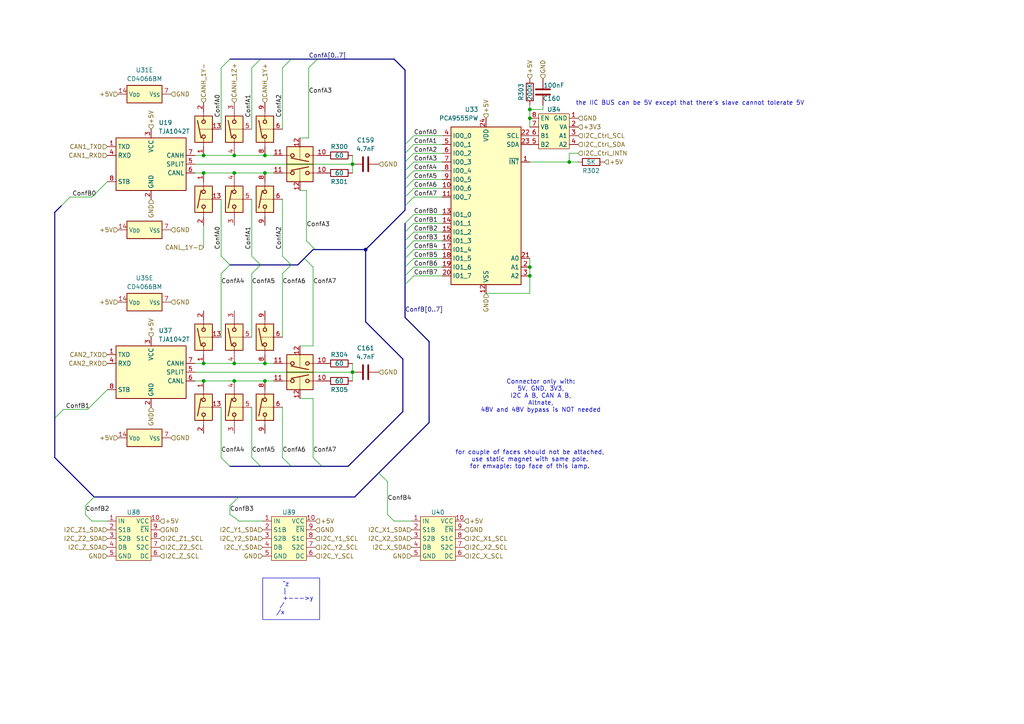
<source format=kicad_sch>
(kicad_sch (version 20240417) (generator "eeschema") (generator_version "8.99")
  (paper "A4")
  (lib_symbols
    (symbol "2023-12-11_00-18-23:CH442E"
      (property "Reference" "U" (at 0 0 0))
      (symbol "CH442E_1_1"
        (rectangle (start 0 0) (end 10.16 -12.7) (fill (type background)))
        (pin input line (at -2.54 -1.27 0) (length 2.54) (name "IN") (number "1"))
        (pin input line (at 12.7 -1.27 180) (length 2.54) (name "VCC") (number "10"))
        (pin input line (at -2.54 -3.81 0) (length 2.54) (name "S1B") (number "2"))
        (pin input line (at -2.54 -6.35 0) (length 2.54) (name "S2B") (number "3"))
        (pin input line (at -2.54 -8.89 0) (length 2.54) (name "DB") (number "4"))
        (pin input line (at -2.54 -11.43 0) (length 2.54) (name "GND") (number "5"))
        (pin input line (at 12.7 -11.43 180) (length 2.54) (name "DC") (number "6"))
        (pin input line (at 12.7 -8.89 180) (length 2.54) (name "S2C") (number "7"))
        (pin input line (at 12.7 -6.35 180) (length 2.54) (name "S1C") (number "8"))
        (pin input line (at 12.7 -3.81 180) (length 2.54) (name "~{EN}") (number "9"))
      )
    )
    (symbol "2023-12-11_00-18-23:LSF0102"
      (property "Reference" "U" (at 0 0 0))
      (symbol "LSF0102_1_1"
        (rectangle (start 0 0) (end 8.89 -10.16) (fill (type background)))
        (pin input line (at -2.54 -1.27 0) (length 2.54) (name "GND") (number "1"))
        (pin input line (at -2.54 -3.81 0) (length 2.54) (name "VA") (number "2"))
        (pin input line (at -2.54 -6.35 0) (length 2.54) (name "A1") (number "3"))
        (pin input line (at -2.54 -8.89 0) (length 2.54) (name "A2") (number "4"))
        (pin input line (at 11.43 -8.89 180) (length 2.54) (name "B2") (number "5"))
        (pin input line (at 11.43 -6.35 180) (length 2.54) (name "B1") (number "6"))
        (pin input line (at 11.43 -3.81 180) (length 2.54) (name "VB") (number "7"))
        (pin input line (at 11.43 -1.27 180) (length 2.54) (name "EN") (number "8"))
      )
    )
    (symbol "Analog_Switch:CD4066BM"
      (property "Reference" "U" (at -5.08 3.81 0))
      (property "Value" "CD4066BM" (at 7.62 3.81 0))
      (symbol "CD4066BM_1_1"
        (polyline (pts (xy -5.08 0) (xy -2.794 0)))
        (rectangle (start -3.81 2.54) (end 3.81 -2.54) (stroke (width 0.254)) (fill (type background)))
        (polyline (pts (xy -2.54 0.762) (xy 2.54 1.778)) (stroke (width 0.254)))
        (circle (center -2.159 0) (radius 0.508) (stroke (width 0.254)))
        (polyline (pts (xy 0 0.762) (xy 0 1.016)))
        (polyline (pts (xy 0 0.254) (xy 0 0.508)))
        (polyline (pts (xy 0 -0.254) (xy 0 0)))
        (polyline (pts (xy 0 -0.762) (xy 0 -0.508)))
        (polyline (pts (xy 0 -1.27) (xy 0 -1.016)))
        (polyline (pts (xy 0 -1.778) (xy 0 -1.524)))
        (polyline (pts (xy 0 -2.54) (xy 0 -2.032)))
        (circle (center 2.159 0) (radius 0.508) (stroke (width 0.254)))
        (polyline (pts (xy 5.08 0) (xy 2.794 0)))
        (pin bidirectional line (at -7.62 0 0) (length 2.54) (name "~") (number "1"))
        (pin input line (at 0 -5.08 90) (length 2.54) (name "~") (number "13"))
        (pin bidirectional line (at 7.62 0 180) (length 2.54) (name "~") (number "2"))
      )
      (symbol "CD4066BM_2_1"
        (polyline (pts (xy -5.08 0) (xy -2.794 0)))
        (rectangle (start -3.81 2.54) (end 3.81 -2.54) (stroke (width 0.254)) (fill (type background)))
        (polyline (pts (xy -2.54 0.762) (xy 2.54 1.778)) (stroke (width 0.254)))
        (circle (center -2.159 0) (radius 0.508) (stroke (width 0.254)))
        (polyline (pts (xy 0 0.762) (xy 0 1.016)))
        (polyline (pts (xy 0 0.254) (xy 0 0.508)))
        (polyline (pts (xy 0 -0.254) (xy 0 0)))
        (polyline (pts (xy 0 -0.762) (xy 0 -0.508)))
        (polyline (pts (xy 0 -1.27) (xy 0 -1.016)))
        (polyline (pts (xy 0 -1.778) (xy 0 -1.524)))
        (polyline (pts (xy 0 -2.54) (xy 0 -2.032)))
        (circle (center 2.159 0) (radius 0.508) (stroke (width 0.254)))
        (polyline (pts (xy 5.08 0) (xy 2.794 0)))
        (pin bidirectional line (at 7.62 0 180) (length 2.54) (name "~") (number "3"))
        (pin bidirectional line (at -7.62 0 0) (length 2.54) (name "~") (number "4"))
        (pin input line (at 0 -5.08 90) (length 2.54) (name "~") (number "5"))
      )
      (symbol "CD4066BM_3_1"
        (polyline (pts (xy -5.08 0) (xy -2.794 0)))
        (rectangle (start -3.81 2.54) (end 3.81 -2.54) (stroke (width 0.254)) (fill (type background)))
        (polyline (pts (xy -2.54 0.762) (xy 2.54 1.778)) (stroke (width 0.254)))
        (circle (center -2.159 0) (radius 0.508) (stroke (width 0.254)))
        (polyline (pts (xy 0 0.762) (xy 0 1.016)))
        (polyline (pts (xy 0 0.254) (xy 0 0.508)))
        (polyline (pts (xy 0 -0.254) (xy 0 0)))
        (polyline (pts (xy 0 -0.762) (xy 0 -0.508)))
        (polyline (pts (xy 0 -1.27) (xy 0 -1.016)))
        (polyline (pts (xy 0 -1.778) (xy 0 -1.524)))
        (polyline (pts (xy 0 -2.54) (xy 0 -2.032)))
        (circle (center 2.159 0) (radius 0.508) (stroke (width 0.254)))
        (polyline (pts (xy 5.08 0) (xy 2.794 0)))
        (pin input line (at 0 -5.08 90) (length 2.54) (name "~") (number "6"))
        (pin bidirectional line (at -7.62 0 0) (length 2.54) (name "~") (number "8"))
        (pin bidirectional line (at 7.62 0 180) (length 2.54) (name "~") (number "9"))
      )
      (symbol "CD4066BM_4_1"
        (polyline (pts (xy -5.08 0) (xy -2.794 0)))
        (rectangle (start -3.81 2.54) (end 3.81 -2.54) (stroke (width 0.254)) (fill (type background)))
        (polyline (pts (xy -2.54 0.762) (xy 2.54 1.778)) (stroke (width 0.254)))
        (circle (center -2.159 0) (radius 0.508) (stroke (width 0.254)))
        (polyline (pts (xy 0 0.762) (xy 0 1.016)))
        (polyline (pts (xy 0 0.254) (xy 0 0.508)))
        (polyline (pts (xy 0 -0.254) (xy 0 0)))
        (polyline (pts (xy 0 -0.762) (xy 0 -0.508)))
        (polyline (pts (xy 0 -1.27) (xy 0 -1.016)))
        (polyline (pts (xy 0 -1.778) (xy 0 -1.524)))
        (polyline (pts (xy 0 -2.54) (xy 0 -2.032)))
        (circle (center 2.159 0) (radius 0.508) (stroke (width 0.254)))
        (polyline (pts (xy 5.08 0) (xy 2.794 0)))
        (pin bidirectional line (at 7.62 0 180) (length 2.54) (name "~") (number "10"))
        (pin bidirectional line (at -7.62 0 0) (length 2.54) (name "~") (number "11"))
        (pin input line (at 0 -5.08 90) (length 2.54) (name "~") (number "12"))
      )
      (symbol "CD4066BM_5_1"
        (rectangle (start -2.54 5.08) (end 2.54 -5.08) (stroke (width 0.254)) (fill (type background)))
        (pin power_in line (at 0 7.62 270) (length 2.54) (name "V_{DD}") (number "14"))
        (pin power_in line (at 0 -7.62 90) (length 2.54) (name "V_{SS}") (number "7"))
      )
    )
    (symbol "Device:C" (pin_numbers hide) (pin_names (offset 0.254))
      (property "Reference" "C" (at 0.635 2.54 0))
      (property "Value" "C" (at 0.635 -2.54 0))
      (symbol "C_0_1"
        (polyline (pts (xy -2.032 0.762) (xy 2.032 0.762)) (stroke (width 0.508)))
        (polyline (pts (xy -2.032 -0.762) (xy 2.032 -0.762)) (stroke (width 0.508)))
      )
      (symbol "C_1_1"
        (pin passive line (at 0 3.81 270) (length 2.794) (name "~") (number "1"))
        (pin passive line (at 0 -3.81 90) (length 2.794) (name "~") (number "2"))
      )
    )
    (symbol "Device:R" (pin_numbers hide) (pin_names (offset 0))
      (property "Reference" "R" (at 2.032 0 90))
      (property "Value" "R" (at 0 0 90))
      (symbol "R_0_1"
        (rectangle (start -1.016 -2.54) (end 1.016 2.54) (stroke (width 0.254)))
      )
      (symbol "R_1_1"
        (pin passive line (at 0 3.81 270) (length 1.27) (name "~") (number "1"))
        (pin passive line (at 0 -3.81 90) (length 1.27) (name "~") (number "2"))
      )
    )
    (symbol "Interface_CAN_LIN:TJA1042T"
      (property "Reference" "U" (at -10.16 8.89 0))
      (property "Value" "TJA1042T" (at 1.27 8.89 0))
      (symbol "TJA1042T_0_1"
        (rectangle (start -10.16 7.62) (end 10.16 -7.62) (stroke (width 0.254)) (fill (type background)))
      )
      (symbol "TJA1042T_1_1"
        (pin input line (at -12.7 5.08 0) (length 2.54) (name "TXD") (number "1"))
        (pin power_in line (at 0 -10.16 90) (length 2.54) (name "GND") (number "2"))
        (pin power_in line (at 0 10.16 270) (length 2.54) (name "VCC") (number "3"))
        (pin output line (at -12.7 2.54 0) (length 2.54) (name "RXD") (number "4"))
        (pin power_out line (at 12.7 0 180) (length 2.54) (name "SPLIT") (number "5"))
        (pin bidirectional line (at 12.7 -2.54 180) (length 2.54) (name "CANL") (number "6"))
        (pin bidirectional line (at 12.7 2.54 180) (length 2.54) (name "CANH") (number "7"))
        (pin input line (at -12.7 -5.08 0) (length 2.54) (name "STB") (number "8"))
      )
    )
    (symbol "Interface_Expansion:PCA9555PW"
      (property "Reference" "U" (at -8.89 24.13 0))
      (property "Value" "PCA9555PW" (at 6.35 24.13 0))
      (symbol "PCA9555PW_0_1"
        (rectangle (start -10.16 22.86) (end 10.16 -22.86) (stroke (width 0.254)) (fill (type background)))
      )
      (symbol "PCA9555PW_1_1"
        (pin open_collector line (at -12.7 12.7 0) (length 2.54) (name "~{INT}") (number "1"))
        (pin bidirectional line (at 12.7 5.08 180) (length 2.54) (name "IO0_6") (number "10"))
        (pin bidirectional line (at 12.7 2.54 180) (length 2.54) (name "IO0_7") (number "11"))
        (pin power_in line (at 0 -25.4 90) (length 2.54) (name "VSS") (number "12"))
        (pin bidirectional line (at 12.7 -2.54 180) (length 2.54) (name "IO1_0") (number "13"))
        (pin bidirectional line (at 12.7 -5.08 180) (length 2.54) (name "IO1_1") (number "14"))
        (pin bidirectional line (at 12.7 -7.62 180) (length 2.54) (name "IO1_2") (number "15"))
        (pin bidirectional line (at 12.7 -10.16 180) (length 2.54) (name "IO1_3") (number "16"))
        (pin bidirectional line (at 12.7 -12.7 180) (length 2.54) (name "IO1_4") (number "17"))
        (pin bidirectional line (at 12.7 -15.24 180) (length 2.54) (name "IO1_5") (number "18"))
        (pin bidirectional line (at 12.7 -17.78 180) (length 2.54) (name "IO1_6") (number "19"))
        (pin input line (at -12.7 -17.78 0) (length 2.54) (name "A1") (number "2"))
        (pin bidirectional line (at 12.7 -20.32 180) (length 2.54) (name "IO1_7") (number "20"))
        (pin input line (at -12.7 -15.24 0) (length 2.54) (name "A0") (number "21"))
        (pin input line (at -12.7 20.32 0) (length 2.54) (name "SCL") (number "22"))
        (pin bidirectional line (at -12.7 17.78 0) (length 2.54) (name "SDA") (number "23"))
        (pin power_in line (at 0 25.4 270) (length 2.54) (name "VDD") (number "24"))
        (pin input line (at -12.7 -20.32 0) (length 2.54) (name "A2") (number "3"))
        (pin bidirectional line (at 12.7 20.32 180) (length 2.54) (name "IO0_0") (number "4"))
        (pin bidirectional line (at 12.7 17.78 180) (length 2.54) (name "IO0_1") (number "5"))
        (pin bidirectional line (at 12.7 15.24 180) (length 2.54) (name "IO0_2") (number "6"))
        (pin bidirectional line (at 12.7 12.7 180) (length 2.54) (name "IO0_3") (number "7"))
        (pin bidirectional line (at 12.7 10.16 180) (length 2.54) (name "IO0_4") (number "8"))
        (pin bidirectional line (at 12.7 7.62 180) (length 2.54) (name "IO0_5") (number "9"))
      )
    )
  )
  (text "Connector only with:\n5V, GND, 3V3,\nI2C A B, CAN A B,\nAltnate,\n48V and 48V bypass is NOT needed" (at 156.845 114.935 0) (effects (font (size 1.27 1.27))))
  (text "for couple of faces should not be attached,\nuse static magnet with same pole.\nfor emxaple: top face of this lamp." (at 153.67 133.35 0) (effects (font (size 1.27 1.27))))
  (text "the IIC BUS can be 5V except that there's slave cannot tolerate 5V" (at 200.152 29.972 0) (effects (font (size 1.27 1.27))))
  (text_box "	^z\n	|\n	+--->y\n    /\n   /x" (at 76.2 167.64 0) (size 16.51 12.065) (margins 0.9525 0.9525 0.9525 0.9525) (effects (font (size 1.27 1.27)) (justify left top)))
  (junction (at 76.835 45.085))
  (junction (at 102.235 47.625))
  (junction (at 67.945 110.49))
  (junction (at 165.1 46.99))
  (junction (at 76.835 110.49))
  (junction (at 76.835 105.41))
  (junction (at 59.055 105.41))
  (junction (at 67.945 45.085))
  (junction (at 76.835 50.165))
  (junction (at 59.055 50.165))
  (junction (at 153.67 80.01))
  (junction (at 67.945 105.41))
  (junction (at 59.055 45.085))
  (junction (at 153.67 34.29))
  (junction (at 59.055 110.49))
  (junction (at 153.67 31.75))
  (junction (at 102.235 107.95))
  (junction (at 67.945 50.165))
  (junction (at 153.67 77.47))
  (junction (at 106.045 72.39))
  (bus_entry (at 117.475 74.93) (size 2.54 -2.54))
  (bus_entry (at 117.475 82.55) (size 2.54 -2.54))
  (bus_entry (at 117.475 59.69) (size 2.54 -2.54))
  (bus_entry (at 66.675 135.255) (size -2.54 -2.54))
  (bus_entry (at 15.875 121.285) (size 2.54 -2.54))
  (bus_entry (at 75.565 135.255) (size -2.54 -2.54))
  (bus_entry (at 117.475 64.77) (size 2.54 -2.54))
  (bus_entry (at 92.075 17.145) (size -2.54 2.54))
  (bus_entry (at 17.78 59.69) (size 2.54 -2.54))
  (bus_entry (at 117.475 41.91) (size 2.54 -2.54))
  (bus_entry (at 84.455 76.835) (size -2.54 -2.54))
  (bus_entry (at 91.44 72.39) (size -2.54 -2.54))
  (bus_entry (at 75.565 76.835) (size -2.54 2.54))
  (bus_entry (at 75.565 17.145) (size -2.54 2.54))
  (bus_entry (at 109.855 137.16) (size 2.54 2.54))
  (bus_entry (at 84.455 135.255) (size -2.54 -2.54))
  (bus_entry (at 117.475 57.15) (size 2.54 -2.54))
  (bus_entry (at 117.475 77.47) (size 2.54 -2.54))
  (bus_entry (at 117.475 49.53) (size 2.54 -2.54))
  (bus_entry (at 66.675 17.145) (size -2.54 2.54))
  (bus_entry (at 117.475 69.85) (size 2.54 -2.54))
  (bus_entry (at 117.475 54.61) (size 2.54 -2.54))
  (bus_entry (at 66.675 76.835) (size -2.54 2.54))
  (bus_entry (at 117.475 80.01) (size 2.54 -2.54))
  (bus_entry (at 117.475 44.45) (size 2.54 -2.54))
  (bus_entry (at 69.215 144.145) (size -2.54 2.54))
  (bus_entry (at 117.475 46.99) (size 2.54 -2.54))
  (bus_entry (at 84.455 17.145) (size -2.54 2.54))
  (bus_entry (at 117.475 67.31) (size 2.54 -2.54))
  (bus_entry (at 117.475 52.07) (size 2.54 -2.54))
  (bus_entry (at 88.265 74.93) (size 2.54 2.54))
  (bus_entry (at 84.455 76.835) (size -2.54 2.54))
  (bus_entry (at 66.675 76.835) (size -2.54 -2.54))
  (bus_entry (at 93.345 135.255) (size -2.54 -2.54))
  (bus_entry (at 27.305 144.145) (size -2.54 2.54))
  (bus_entry (at 75.565 76.835) (size -2.54 -2.54))
  (bus_entry (at 117.475 72.39) (size 2.54 -2.54))
  (bus (pts (xy 84.455 76.835) (xy 86.36 76.835)))
  (bus (pts (xy 117.475 57.15) (xy 117.475 59.69)))
  (bus (pts (xy 106.045 72.39) (xy 106.045 93.345)))
  (wire (pts (xy 120.015 49.53) (xy 128.27 49.53)))
  (wire (pts (xy 120.015 62.23) (xy 128.27 62.23)))
  (wire (pts (xy 102.235 47.625) (xy 102.235 50.165)))
  (bus (pts (xy 117.475 72.39) (xy 117.475 74.93)))
  (wire (pts (xy 81.915 79.375) (xy 81.915 97.79)))
  (wire (pts (xy 120.015 64.77) (xy 128.27 64.77)))
  (bus (pts (xy 15.875 132.715) (xy 15.875 121.285)))
  (wire (pts (xy 90.805 115.57) (xy 90.805 132.715)))
  (wire (pts (xy 153.67 31.75) (xy 153.67 34.29)))
  (wire (pts (xy 120.015 80.01) (xy 128.27 80.01)))
  (wire (pts (xy 64.135 79.375) (xy 64.135 97.79)))
  (wire (pts (xy 26.67 151.13) (xy 31.115 151.13)))
  (wire (pts (xy 153.67 80.01) (xy 153.67 85.09)))
  (wire (pts (xy 56.515 105.41) (xy 59.055 105.41)))
  (bus (pts (xy 116.84 104.14) (xy 116.84 119.38)))
  (wire (pts (xy 81.915 118.11) (xy 81.915 132.715)))
  (wire (pts (xy 73.025 118.11) (xy 73.025 132.715)))
  (wire (pts (xy 59.055 110.49) (xy 67.945 110.49)))
  (wire (pts (xy 68.58 150.495) (xy 69.215 151.13)))
  (bus (pts (xy 117.475 69.85) (xy 117.475 72.39)))
  (wire (pts (xy 67.945 45.085) (xy 76.835 45.085)))
  (wire (pts (xy 89.535 19.685) (xy 89.535 40.005)))
  (bus (pts (xy 117.475 54.61) (xy 117.475 57.15)))
  (wire (pts (xy 112.395 139.7) (xy 112.395 149.225)))
  (wire (pts (xy 157.48 31.75) (xy 153.67 31.75)))
  (wire (pts (xy 73.025 57.785) (xy 73.025 74.295)))
  (wire (pts (xy 73.025 19.685) (xy 73.025 37.465)))
  (bus (pts (xy 117.475 60.96) (xy 106.045 72.39)))
  (bus (pts (xy 117.475 44.45) (xy 117.475 46.99)))
  (wire (pts (xy 81.915 57.785) (xy 81.915 74.295)))
  (bus (pts (xy 124.46 122.555) (xy 109.855 137.16)))
  (wire (pts (xy 153.67 30.48) (xy 153.67 31.75)))
  (bus (pts (xy 124.46 99.06) (xy 124.46 122.555)))
  (bus (pts (xy 66.675 17.145) (xy 75.565 17.145)))
  (wire (pts (xy 102.235 107.95) (xy 102.235 110.49)))
  (bus (pts (xy 88.265 74.93) (xy 86.36 76.835)))
  (wire (pts (xy 102.235 45.085) (xy 102.235 47.625)))
  (bus (pts (xy 117.475 77.47) (xy 117.475 80.01)))
  (wire (pts (xy 56.515 47.625) (xy 102.235 47.625)))
  (wire (pts (xy 88.9 55.245) (xy 86.995 55.245)))
  (wire (pts (xy 120.015 52.07) (xy 128.27 52.07)))
  (wire (pts (xy 59.055 105.41) (xy 67.945 105.41)))
  (wire (pts (xy 59.055 50.165) (xy 67.945 50.165)))
  (wire (pts (xy 157.48 30.48) (xy 157.48 31.75)))
  (wire (pts (xy 112.395 149.225) (xy 114.3 151.13)))
  (wire (pts (xy 120.015 44.45) (xy 128.27 44.45)))
  (wire (pts (xy 56.515 110.49) (xy 59.055 110.49)))
  (wire (pts (xy 69.215 151.13) (xy 76.2 151.13)))
  (wire (pts (xy 120.015 39.37) (xy 128.27 39.37)))
  (bus (pts (xy 117.475 92.075) (xy 124.46 99.06)))
  (wire (pts (xy 73.025 79.375) (xy 73.025 97.79)))
  (bus (pts (xy 117.475 46.99) (xy 117.475 49.53)))
  (bus (pts (xy 15.875 61.595) (xy 17.78 59.69)))
  (wire (pts (xy 165.1 46.99) (xy 153.67 46.99)))
  (bus (pts (xy 15.875 121.285) (xy 15.875 61.595)))
  (wire (pts (xy 90.805 100.33) (xy 86.995 100.33)))
  (bus (pts (xy 117.475 67.31) (xy 117.475 69.85)))
  (wire (pts (xy 24.765 146.685) (xy 24.765 149.225)))
  (wire (pts (xy 120.015 46.99) (xy 128.27 46.99)))
  (wire (pts (xy 67.945 105.41) (xy 76.835 105.41)))
  (bus (pts (xy 84.455 17.145) (xy 92.075 17.145)))
  (wire (pts (xy 76.835 45.085) (xy 79.375 45.085)))
  (wire (pts (xy 120.015 54.61) (xy 128.27 54.61)))
  (wire (pts (xy 64.135 19.685) (xy 64.135 37.465)))
  (wire (pts (xy 120.015 57.15) (xy 128.27 57.15)))
  (bus (pts (xy 109.855 137.16) (xy 102.87 144.145)))
  (bus (pts (xy 117.475 64.77) (xy 117.475 67.31)))
  (wire (pts (xy 167.64 46.99) (xy 165.1 46.99)))
  (bus (pts (xy 106.045 93.345) (xy 116.84 104.14)))
  (wire (pts (xy 67.945 110.49) (xy 76.835 110.49)))
  (bus (pts (xy 90.805 72.39) (xy 88.265 74.93)))
  (wire (pts (xy 90.805 77.47) (xy 90.805 100.33)))
  (bus (pts (xy 66.675 76.835) (xy 75.565 76.835)))
  (bus (pts (xy 117.475 49.53) (xy 117.475 52.07)))
  (wire (pts (xy 81.915 19.685) (xy 81.915 37.465)))
  (bus (pts (xy 117.475 82.55) (xy 117.475 92.075)))
  (bus (pts (xy 27.305 144.145) (xy 15.875 132.715)))
  (wire (pts (xy 90.805 115.57) (xy 86.995 115.57)))
  (bus (pts (xy 27.305 144.145) (xy 69.215 144.145)))
  (wire (pts (xy 89.535 40.005) (xy 86.995 40.005)))
  (bus (pts (xy 117.475 80.01) (xy 117.475 82.55)))
  (bus (pts (xy 69.215 144.145) (xy 102.87 144.145)))
  (bus (pts (xy 91.44 72.39) (xy 90.805 72.39)))
  (wire (pts (xy 24.765 149.225) (xy 26.67 151.13)))
  (bus (pts (xy 114.3 17.145) (xy 117.475 20.32)))
  (wire (pts (xy 56.515 107.95) (xy 102.235 107.95)))
  (bus (pts (xy 117.475 20.32) (xy 117.475 41.91)))
  (wire (pts (xy 76.835 110.49) (xy 79.375 110.49)))
  (wire (pts (xy 66.675 149.225) (xy 68.58 150.495)))
  (wire (pts (xy 18.415 118.745) (xy 25.4 118.745)))
  (wire (pts (xy 67.945 50.165) (xy 76.835 50.165)))
  (wire (pts (xy 120.015 67.31) (xy 128.27 67.31)))
  (wire (pts (xy 26.67 57.15) (xy 31.115 52.705)))
  (wire (pts (xy 153.67 34.29) (xy 153.67 36.83)))
  (wire (pts (xy 120.015 74.93) (xy 128.27 74.93)))
  (wire (pts (xy 120.015 72.39) (xy 128.27 72.39)))
  (bus (pts (xy 117.475 52.07) (xy 117.475 54.61)))
  (bus (pts (xy 75.565 17.145) (xy 84.455 17.145)))
  (wire (pts (xy 153.67 74.93) (xy 153.67 77.47)))
  (wire (pts (xy 120.015 77.47) (xy 128.27 77.47)))
  (wire (pts (xy 120.015 41.91) (xy 128.27 41.91)))
  (wire (pts (xy 59.055 45.085) (xy 67.945 45.085)))
  (wire (pts (xy 25.4 118.745) (xy 31.115 113.03)))
  (bus (pts (xy 117.475 41.91) (xy 117.475 44.45)))
  (bus (pts (xy 100.965 135.255) (xy 116.84 119.38)))
  (wire (pts (xy 102.235 105.41) (xy 102.235 107.95)))
  (wire (pts (xy 64.135 118.11) (xy 64.135 132.715)))
  (wire (pts (xy 59.055 71.755) (xy 59.055 65.405)))
  (wire (pts (xy 114.3 151.13) (xy 119.38 151.13)))
  (wire (pts (xy 64.135 57.785) (xy 64.135 74.295)))
  (bus (pts (xy 75.565 76.835) (xy 84.455 76.835)))
  (bus (pts (xy 106.045 72.39) (xy 91.44 72.39)))
  (bus (pts (xy 75.565 135.255) (xy 84.455 135.255)))
  (bus (pts (xy 92.075 17.145) (xy 114.3 17.145)))
  (wire (pts (xy 56.515 50.165) (xy 59.055 50.165)))
  (wire (pts (xy 120.015 69.85) (xy 128.27 69.85)))
  (bus (pts (xy 117.475 59.69) (xy 117.475 60.96)))
  (wire (pts (xy 167.64 44.45) (xy 165.1 44.45)))
  (bus (pts (xy 93.345 135.255) (xy 100.965 135.255)))
  (wire (pts (xy 76.835 50.165) (xy 79.375 50.165)))
  (wire (pts (xy 153.67 77.47) (xy 153.67 80.01)))
  (wire (pts (xy 88.9 55.245) (xy 88.9 69.85)))
  (bus (pts (xy 117.475 74.93) (xy 117.475 77.47)))
  (wire (pts (xy 165.1 44.45) (xy 165.1 46.99)))
  (wire (pts (xy 20.32 57.15) (xy 26.67 57.15)))
  (wire (pts (xy 56.515 45.085) (xy 59.055 45.085)))
  (wire (pts (xy 153.67 85.09) (xy 140.97 85.09)))
  (wire (pts (xy 76.835 105.41) (xy 79.375 105.41)))
  (wire (pts (xy 66.675 146.685) (xy 66.675 149.225)))
  (bus (pts (xy 84.455 135.255) (xy 93.345 135.255)))
  (bus (pts (xy 66.675 135.255) (xy 75.565 135.255)))
  (label "ConfB[0..7]" (at 117.475 90.805 0))
  (label "ConfA6" (at 120.015 54.61 0))
  (label "ConfB5" (at 120.015 74.93 0))
  (label "ConfA0" (at 64.135 27.305 270))
  (label "ConfA4" (at 64.135 82.55 0))
  (label "ConfA5" (at 73.025 82.55 0))
  (label "ConfB7" (at 120.015 80.01 0))
  (label "ConfA1" (at 73.025 27.305 270))
  (label "ConfA3" (at 88.9 66.04 0))
  (label "ConfA2" (at 81.915 27.305 270))
  (label "ConfA0" (at 120.015 39.37 0))
  (label "ConfA5" (at 73.025 131.445 0))
  (label "ConfB6" (at 120.015 77.47 0))
  (label "ConfA5" (at 120.015 52.07 0))
  (label "ConfB1" (at 120.015 64.77 0))
  (label "ConfB2" (at 120.015 67.31 0))
  (label "ConfB2" (at 24.765 148.59 0))
  (label "ConfA4" (at 64.135 131.445 0))
  (label "ConfA7" (at 120.015 57.15 0))
  (label "ConfB3" (at 66.675 148.59 0))
  (label "ConfA4" (at 120.015 49.53 0))
  (label "ConfA0" (at 64.135 72.39 90))
  (label "ConfA3" (at 89.535 27.305 0))
  (label "ConfA1" (at 73.025 72.39 90))
  (label "ConfB3" (at 120.015 69.85 0))
  (label "ConfA2" (at 120.015 44.45 0))
  (label "ConfA7" (at 90.805 131.445 0))
  (label "ConfB0" (at 120.015 62.23 0))
  (label "ConfA6" (at 81.915 131.445 0))
  (label "ConfB0" (at 20.955 57.15 0))
  (label "ConfA2" (at 81.915 72.39 90))
  (label "ConfB4" (at 112.395 145.415 0))
  (label "ConfA3" (at 120.015 46.99 0))
  (label "ConfB1" (at 19.05 118.745 0))
  (label "ConfB4" (at 120.015 72.39 0))
  (label "ConfA[0..7]" (at 89.535 17.145 0))
  (label "ConfA6" (at 81.915 82.55 0))
  (label "ConfA7" (at 90.805 82.55 0))
  (label "ConfA1" (at 120.015 41.91 0))
  (hierarchical_label "+5V" (shape input) (at 175.26 46.99 0))
  (hierarchical_label "I2C_X_SCL" (shape input) (at 134.62 161.29 0))
  (hierarchical_label "I2C_Z2_SCL" (shape input) (at 46.355 158.75 0))
  (hierarchical_label "+5V" (shape input) (at 91.44 151.13 0))
  (hierarchical_label "GND" (shape input) (at 157.48 22.86 90))
  (hierarchical_label "I2C_Y1_SDA" (shape input) (at 76.2 153.67 180))
  (hierarchical_label "GND" (shape input) (at 109.855 47.625 0))
  (hierarchical_label "CAN2_TXD" (shape input) (at 31.115 102.87 180))
  (hierarchical_label "I2C_Z_SCL" (shape input) (at 46.355 161.29 0))
  (hierarchical_label "I2C_Ctrl_INTN" (shape input) (at 167.64 44.45 0))
  (hierarchical_label "+5V" (shape input) (at 34.29 87.63 180))
  (hierarchical_label "I2C_X1_SDA" (shape input) (at 119.38 153.67 180))
  (hierarchical_label "+5V" (shape input) (at 46.355 151.13 0))
  (hierarchical_label "I2C_Z1_SDA" (shape input) (at 31.115 153.67 180))
  (hierarchical_label "GND" (shape input) (at 76.2 161.29 180))
  (hierarchical_label "I2C_Ctrl_SCL" (shape input) (at 167.64 39.37 0))
  (hierarchical_label "GND" (shape input) (at 49.53 27.305 0))
  (hierarchical_label "I2C_Y2_SDA" (shape input) (at 76.2 156.21 180))
  (hierarchical_label "I2C_X2_SCL" (shape input) (at 134.62 158.75 0))
  (hierarchical_label "CANH_1Y+" (shape input) (at 76.835 29.845 90))
  (hierarchical_label "I2C_X1_SCL" (shape input) (at 134.62 156.21 0))
  (hierarchical_label "GND" (shape input) (at 43.815 118.11 270))
  (hierarchical_label "I2C_Y1_SCL" (shape input) (at 91.44 156.21 0))
  (hierarchical_label "CAN1_TXD" (shape input) (at 31.115 42.545 180))
  (hierarchical_label "GND" (shape input) (at 49.53 127 0))
  (hierarchical_label "+5V" (shape input) (at 43.815 97.79 90))
  (hierarchical_label "I2C_Z_SDA" (shape input) (at 31.115 158.75 180))
  (hierarchical_label "I2C_Y2_SCL" (shape input) (at 91.44 158.75 0))
  (hierarchical_label "GND" (shape input) (at 91.44 153.67 0))
  (hierarchical_label "GND" (shape input) (at 49.53 66.675 0))
  (hierarchical_label "GND" (shape input) (at 46.355 153.67 0))
  (hierarchical_label "GND" (shape input) (at 43.815 57.785 270))
  (hierarchical_label "GND" (shape input) (at 31.115 161.29 180))
  (hierarchical_label "I2C_Ctrl_SDA" (shape input) (at 167.64 41.91 0))
  (hierarchical_label "CAN2_RXD" (shape input) (at 31.115 105.41 180))
  (hierarchical_label "CANH_1Y-" (shape input) (at 59.055 29.845 90))
  (hierarchical_label "I2C_Y_SCL" (shape input) (at 91.44 161.29 0))
  (hierarchical_label "I2C_Y_SDA" (shape input) (at 76.2 158.75 180))
  (hierarchical_label "+5V" (shape input) (at 140.97 34.29 90))
  (hierarchical_label "+5V" (shape input) (at 153.67 22.86 90))
  (hierarchical_label "GND" (shape input) (at 167.64 34.29 0))
  (hierarchical_label "+5V" (shape input) (at 134.62 151.13 0))
  (hierarchical_label "+5V" (shape input) (at 34.29 66.675 180))
  (hierarchical_label "CANH_1Z+" (shape input) (at 67.945 29.845 90))
  (hierarchical_label "I2C_Z1_SCL" (shape input) (at 46.355 156.21 0))
  (hierarchical_label "GND" (shape input) (at 49.53 87.63 0))
  (hierarchical_label "+5V" (shape input) (at 34.29 27.305 180))
  (hierarchical_label "+5V" (shape input) (at 34.29 127 180))
  (hierarchical_label "+5V" (shape input) (at 43.815 37.465 90))
  (hierarchical_label "GND" (shape input) (at 109.855 107.95 0))
  (hierarchical_label "GND" (shape input) (at 119.38 161.29 180))
  (hierarchical_label "GND" (shape input) (at 140.97 85.09 270))
  (hierarchical_label "I2C_X_SDA" (shape input) (at 119.38 158.75 180))
  (hierarchical_label "CAN1_RXD" (shape input) (at 31.115 45.085 180))
  (hierarchical_label "+3V3" (shape input) (at 167.64 36.83 0))
  (hierarchical_label "CANL_1Y-" (shape input) (at 59.055 71.755 180))
  (hierarchical_label "I2C_X2_SDA" (shape input) (at 119.38 156.21 180))
  (hierarchical_label "I2C_Z2_SDA" (shape input) (at 31.115 156.21 180))
  (hierarchical_label "GND" (shape input) (at 134.62 153.67 0))
  (symbol (lib_id "2023-12-11_00-18-23:CH442E") (at 121.92 149.86 0) (unit 1)
    (property "Reference" "U40" (at 127 148.59 0))
    (property "Value" "~" (at 127 148.59 0))
    (property "Footprint" "Package_SO:MSOP-10_3x3mm_P0.5mm" (effects (hide yes)))
  )
  (symbol (lib_id "Device:C") (at 157.48 26.67 0) (mirror x) (unit 1)
    (property "Reference" "C160" (at 160.02 28.575 0))
    (property "Value" "100nF" (at 160.655 24.765 0))
    (property "Description" "Unpolarized capacitor" (effects (hide yes)))
  )
  (symbol (lib_id "2023-12-11_00-18-23:CH442E") (at 78.74 149.86 0) (unit 1)
    (property "Reference" "U39" (at 83.82 148.59 0))
    (property "Value" "~" (at 83.82 148.59 0))
    (property "Footprint" "Package_SO:MSOP-10_3x3mm_P0.5mm" (effects (hide yes)))
  )
  (symbol (lib_id "Device:R") (at 98.425 110.49 90) (mirror x) (unit 1)
    (property "Reference" "R305" (at 98.425 113.03 90))
    (property "Value" "60" (at 98.425 110.49 90))
    (property "Description" "Resistor" (effects (hide yes)))
  )
  (symbol (lib_id "Device:R") (at 98.425 105.41 90) (unit 1)
    (property "Reference" "R304" (at 98.425 102.87 90))
    (property "Value" "60" (at 98.425 105.41 90))
    (property "Description" "Resistor" (effects (hide yes)))
  )
  (symbol (lib_id "Analog_Switch:CD4066BM") (at 67.945 37.465 90) (unit 2)
    (property "Reference" "U31" (effects (hide yes)))
    (property "Value" "CD4066BM" (effects (hide yes)))
    (property "Footprint" "Package_SO:SO-14_3.9x8.65mm_P1.27mm" (effects (hide yes)))
    (property "Datasheet" "https://www.ti.com/lit/ds/symlink/cd4066b.pdf" (effects (hide yes)))
    (property "Description" "Quad 20V analog SPST 1:1 switch, SO-14 (3.9x8.65mm)" (effects (hide yes)))
  )
  (symbol (lib_id "Analog_Switch:CD4066BM") (at 76.835 37.465 90) (unit 3)
    (property "Reference" "U31" (effects (hide yes)))
    (property "Value" "CD4066BM" (effects (hide yes)))
    (property "Footprint" "Package_SO:SO-14_3.9x8.65mm_P1.27mm" (effects (hide yes)))
    (property "Datasheet" "https://www.ti.com/lit/ds/symlink/cd4066b.pdf" (effects (hide yes)))
    (property "Description" "Quad 20V analog SPST 1:1 switch, SO-14 (3.9x8.65mm)" (effects (hide yes)))
  )
  (symbol (lib_id "Device:R") (at 98.425 50.165 90) (mirror x) (unit 1)
    (property "Reference" "R301" (at 98.425 52.705 90))
    (property "Value" "60" (at 98.425 50.165 90))
    (property "Description" "Resistor" (effects (hide yes)))
  )
  (symbol (lib_id "Analog_Switch:CD4066BM") (at 41.91 27.305 90) (unit 5)
    (property "Reference" "U31" (at 41.91 20.32 90))
    (property "Value" "CD4066BM" (at 41.91 22.86 90))
    (property "Footprint" "Package_SO:SO-14_3.9x8.65mm_P1.27mm" (effects (hide yes)))
    (property "Datasheet" "https://www.ti.com/lit/ds/symlink/cd4066b.pdf" (effects (hide yes)))
    (property "Description" "Quad 20V analog SPST 1:1 switch, SO-14 (3.9x8.65mm)" (effects (hide yes)))
  )
  (symbol (lib_id "Analog_Switch:CD4066BM") (at 67.945 57.785 90) (mirror x) (unit 2)
    (property "Reference" "U32" (effects (hide yes)))
    (property "Value" "CD4066BM" (effects (hide yes)))
    (property "Footprint" "Package_SO:SO-14_3.9x8.65mm_P1.27mm" (effects (hide yes)))
    (property "Datasheet" "https://www.ti.com/lit/ds/symlink/cd4066b.pdf" (effects (hide yes)))
    (property "Description" "Quad 20V analog SPST 1:1 switch, SO-14 (3.9x8.65mm)" (effects (hide yes)))
  )
  (symbol (lib_id "Analog_Switch:CD4066BM") (at 86.995 105.41 0) (mirror x) (unit 4)
    (property "Reference" "U35" (effects (hide yes)))
    (property "Value" "CD4066BM" (effects (hide yes)))
    (property "Footprint" "Package_SO:SO-14_3.9x8.65mm_P1.27mm" (effects (hide yes)))
    (property "Datasheet" "https://www.ti.com/lit/ds/symlink/cd4066b.pdf" (effects (hide yes)))
    (property "Description" "Quad 20V analog SPST 1:1 switch, SO-14 (3.9x8.65mm)" (effects (hide yes)))
  )
  (symbol (lib_id "Analog_Switch:CD4066BM") (at 41.91 127 90) (unit 5)
    (property "Reference" "U36" (effects (hide yes)))
    (property "Value" "CD4066BM" (effects (hide yes)))
    (property "Footprint" "Package_SO:SO-14_3.9x8.65mm_P1.27mm" (effects (hide yes)))
    (property "Datasheet" "https://www.ti.com/lit/ds/symlink/cd4066b.pdf" (effects (hide yes)))
    (property "Description" "Quad 20V analog SPST 1:1 switch, SO-14 (3.9x8.65mm)" (effects (hide yes)))
  )
  (symbol (lib_id "2023-12-11_00-18-23:LSF0102") (at 165.1 33.02 0) (mirror y) (unit 1)
    (property "Reference" "U34" (at 160.655 31.75 0))
    (property "Value" "~" (at 160.655 31.75 0))
  )
  (symbol (lib_id "Analog_Switch:CD4066BM") (at 41.91 87.63 90) (unit 5)
    (property "Reference" "U35" (at 41.91 80.645 90))
    (property "Value" "CD4066BM" (at 41.91 83.185 90))
    (property "Footprint" "Package_SO:SO-14_3.9x8.65mm_P1.27mm" (effects (hide yes)))
    (property "Datasheet" "https://www.ti.com/lit/ds/symlink/cd4066b.pdf" (effects (hide yes)))
    (property "Description" "Quad 20V analog SPST 1:1 switch, SO-14 (3.9x8.65mm)" (effects (hide yes)))
  )
  (symbol (lib_id "Analog_Switch:CD4066BM") (at 86.995 110.49 0) (unit 4)
    (property "Reference" "U36" (effects (hide yes)))
    (property "Value" "CD4066BM" (effects (hide yes)))
    (property "Footprint" "Package_SO:SO-14_3.9x8.65mm_P1.27mm" (effects (hide yes)))
    (property "Datasheet" "https://www.ti.com/lit/ds/symlink/cd4066b.pdf" (effects (hide yes)))
    (property "Description" "Quad 20V analog SPST 1:1 switch, SO-14 (3.9x8.65mm)" (effects (hide yes)))
  )
  (symbol (lib_id "2023-12-11_00-18-23:CH442E") (at 33.655 149.86 0) (unit 1)
    (property "Reference" "U38" (at 38.735 148.59 0))
    (property "Value" "~" (at 38.735 148.59 0))
    (property "Footprint" "Package_SO:MSOP-10_3x3mm_P0.5mm" (effects (hide yes)))
  )
  (symbol (lib_id "Analog_Switch:CD4066BM") (at 59.055 37.465 90) (unit 1)
    (property "Reference" "U31" (effects (hide yes)))
    (property "Value" "CD4066BM" (effects (hide yes)))
    (property "Footprint" "Package_SO:SO-14_3.9x8.65mm_P1.27mm" (effects (hide yes)))
    (property "Datasheet" "https://www.ti.com/lit/ds/symlink/cd4066b.pdf" (effects (hide yes)))
    (property "Description" "Quad 20V analog SPST 1:1 switch, SO-14 (3.9x8.65mm)" (effects (hide yes)))
  )
  (symbol (lib_id "Analog_Switch:CD4066BM") (at 41.91 66.675 90) (unit 5)
    (property "Reference" "U32" (effects (hide yes)))
    (property "Value" "CD4066BM" (effects (hide yes)))
    (property "Footprint" "Package_SO:SO-14_3.9x8.65mm_P1.27mm" (effects (hide yes)))
    (property "Datasheet" "https://www.ti.com/lit/ds/symlink/cd4066b.pdf" (effects (hide yes)))
    (property "Description" "Quad 20V analog SPST 1:1 switch, SO-14 (3.9x8.65mm)" (effects (hide yes)))
  )
  (symbol (lib_id "Interface_Expansion:PCA9555PW") (at 140.97 59.69 0) (mirror y) (unit 1)
    (property "Reference" "U33" (at 138.7759 31.75 0) (effects (justify left)))
    (property "Value" "PCA9555PW" (at 138.7759 34.29 0) (effects (justify left)))
    (property "Footprint" "Package_SO:TSSOP-24_4.4x7.8mm_P0.65mm" (effects (hide yes)))
    (property "Datasheet" "https://www.nxp.com/docs/en/data-sheet/PCA9555.pdf" (effects (hide yes)))
    (property "Description" "IO expander 16 GPIO, I2C 400kHz, Interrupt, 2.3 - 5.5V, TSSOP-24" (effects (hide yes)))
  )
  (symbol (lib_id "Analog_Switch:CD4066BM") (at 76.835 57.785 90) (mirror x) (unit 3)
    (property "Reference" "U32" (effects (hide yes)))
    (property "Value" "CD4066BM" (effects (hide yes)))
    (property "Footprint" "Package_SO:SO-14_3.9x8.65mm_P1.27mm" (effects (hide yes)))
    (property "Datasheet" "https://www.ti.com/lit/ds/symlink/cd4066b.pdf" (effects (hide yes)))
    (property "Description" "Quad 20V analog SPST 1:1 switch, SO-14 (3.9x8.65mm)" (effects (hide yes)))
  )
  (symbol (lib_id "Analog_Switch:CD4066BM") (at 67.945 118.11 90) (mirror x) (unit 2)
    (property "Reference" "U36" (effects (hide yes)))
    (property "Value" "CD4066BM" (effects (hide yes)))
    (property "Footprint" "Package_SO:SO-14_3.9x8.65mm_P1.27mm" (effects (hide yes)))
    (property "Datasheet" "https://www.ti.com/lit/ds/symlink/cd4066b.pdf" (effects (hide yes)))
    (property "Description" "Quad 20V analog SPST 1:1 switch, SO-14 (3.9x8.65mm)" (effects (hide yes)))
  )
  (symbol (lib_id "Device:R") (at 153.67 26.67 180) (unit 1)
    (property "Reference" "R303" (at 151.13 26.67 90))
    (property "Value" "200K" (at 153.67 26.67 90))
    (property "Description" "Resistor" (effects (hide yes)))
  )
  (symbol (lib_id "Analog_Switch:CD4066BM") (at 67.945 97.79 90) (unit 2)
    (property "Reference" "U35" (effects (hide yes)))
    (property "Value" "CD4066BM" (effects (hide yes)))
    (property "Footprint" "Package_SO:SO-14_3.9x8.65mm_P1.27mm" (effects (hide yes)))
    (property "Datasheet" "https://www.ti.com/lit/ds/symlink/cd4066b.pdf" (effects (hide yes)))
    (property "Description" "Quad 20V analog SPST 1:1 switch, SO-14 (3.9x8.65mm)" (effects (hide yes)))
  )
  (symbol (lib_id "Device:R") (at 98.425 45.085 90) (unit 1)
    (property "Reference" "R300" (at 98.425 42.545 90))
    (property "Value" "60" (at 98.425 45.085 90))
    (property "Description" "Resistor" (effects (hide yes)))
  )
  (symbol (lib_id "Analog_Switch:CD4066BM") (at 76.835 97.79 90) (unit 3)
    (property "Reference" "U35" (effects (hide yes)))
    (property "Value" "CD4066BM" (effects (hide yes)))
    (property "Footprint" "Package_SO:SO-14_3.9x8.65mm_P1.27mm" (effects (hide yes)))
    (property "Datasheet" "https://www.ti.com/lit/ds/symlink/cd4066b.pdf" (effects (hide yes)))
    (property "Description" "Quad 20V analog SPST 1:1 switch, SO-14 (3.9x8.65mm)" (effects (hide yes)))
  )
  (symbol (lib_id "Analog_Switch:CD4066BM") (at 59.055 57.785 90) (mirror x) (unit 1)
    (property "Reference" "U32" (effects (hide yes)))
    (property "Value" "CD4066BM" (effects (hide yes)))
    (property "Footprint" "Package_SO:SO-14_3.9x8.65mm_P1.27mm" (effects (hide yes)))
    (property "Datasheet" "https://www.ti.com/lit/ds/symlink/cd4066b.pdf" (effects (hide yes)))
    (property "Description" "Quad 20V analog SPST 1:1 switch, SO-14 (3.9x8.65mm)" (effects (hide yes)))
  )
  (symbol (lib_id "Device:R") (at 171.45 46.99 270) (unit 1)
    (property "Reference" "R302" (at 171.45 49.53 90))
    (property "Value" "5K" (at 171.45 46.99 90))
    (property "Description" "Resistor" (effects (hide yes)))
  )
  (symbol (lib_id "Device:C") (at 106.045 47.625 90) (unit 1)
    (property "Reference" "C159" (at 106.045 40.64 90))
    (property "Value" "4.7nF" (at 106.045 43.18 90))
    (property "Description" "Unpolarized capacitor" (effects (hide yes)))
  )
  (symbol (lib_id "Device:C") (at 106.045 107.95 90) (unit 1)
    (property "Reference" "C161" (at 106.045 100.965 90))
    (property "Value" "4.7nF" (at 106.045 103.505 90))
    (property "Description" "Unpolarized capacitor" (effects (hide yes)))
  )
  (symbol (lib_id "Interface_CAN_LIN:TJA1042T") (at 43.815 47.625 0) (unit 1)
    (property "Reference" "U19" (at 46.0091 35.56 0) (effects (justify left)))
    (property "Value" "TJA1042T" (at 46.0091 38.1 0) (effects (justify left)))
    (property "Footprint" "Package_SO:SOIC-8_3.9x4.9mm_P1.27mm" (effects (hide yes)))
    (property "Datasheet" "http://www.nxp.com/docs/en/data-sheet/TJA1042.pdf" (effects (hide yes)))
    (property "Description" "High-Speed CAN Transceiver, standby mode, split pin, SOIC-8" (effects (hide yes)))
  )
  (symbol (lib_id "Analog_Switch:CD4066BM") (at 86.995 45.085 0) (mirror x) (unit 4)
    (property "Reference" "U31" (effects (hide yes)))
    (property "Value" "CD4066BM" (effects (hide yes)))
    (property "Footprint" "Package_SO:SO-14_3.9x8.65mm_P1.27mm" (effects (hide yes)))
    (property "Datasheet" "https://www.ti.com/lit/ds/symlink/cd4066b.pdf" (effects (hide yes)))
    (property "Description" "Quad 20V analog SPST 1:1 switch, SO-14 (3.9x8.65mm)" (effects (hide yes)))
  )
  (symbol (lib_id "Interface_CAN_LIN:TJA1042T") (at 43.815 107.95 0) (unit 1)
    (property "Reference" "U37" (at 46.0091 95.885 0) (effects (justify left)))
    (property "Value" "TJA1042T" (at 46.0091 98.425 0) (effects (justify left)))
    (property "Footprint" "Package_SO:SOIC-8_3.9x4.9mm_P1.27mm" (effects (hide yes)))
    (property "Datasheet" "http://www.nxp.com/docs/en/data-sheet/TJA1042.pdf" (effects (hide yes)))
    (property "Description" "High-Speed CAN Transceiver, standby mode, split pin, SOIC-8" (effects (hide yes)))
  )
  (symbol (lib_id "Analog_Switch:CD4066BM") (at 86.995 50.165 0) (unit 4)
    (property "Reference" "U32" (effects (hide yes)))
    (property "Value" "CD4066BM" (effects (hide yes)))
    (property "Footprint" "Package_SO:SO-14_3.9x8.65mm_P1.27mm" (effects (hide yes)))
    (property "Datasheet" "https://www.ti.com/lit/ds/symlink/cd4066b.pdf" (effects (hide yes)))
    (property "Description" "Quad 20V analog SPST 1:1 switch, SO-14 (3.9x8.65mm)" (effects (hide yes)))
  )
  (symbol (lib_id "Analog_Switch:CD4066BM") (at 76.835 118.11 90) (mirror x) (unit 3)
    (property "Reference" "U36" (effects (hide yes)))
    (property "Value" "CD4066BM" (effects (hide yes)))
    (property "Footprint" "Package_SO:SO-14_3.9x8.65mm_P1.27mm" (effects (hide yes)))
    (property "Datasheet" "https://www.ti.com/lit/ds/symlink/cd4066b.pdf" (effects (hide yes)))
    (property "Description" "Quad 20V analog SPST 1:1 switch, SO-14 (3.9x8.65mm)" (effects (hide yes)))
  )
  (symbol (lib_id "Analog_Switch:CD4066BM") (at 59.055 118.11 90) (mirror x) (unit 1)
    (property "Reference" "U36" (effects (hide yes)))
    (property "Value" "CD4066BM" (effects (hide yes)))
    (property "Footprint" "Package_SO:SO-14_3.9x8.65mm_P1.27mm" (effects (hide yes)))
    (property "Datasheet" "https://www.ti.com/lit/ds/symlink/cd4066b.pdf" (effects (hide yes)))
    (property "Description" "Quad 20V analog SPST 1:1 switch, SO-14 (3.9x8.65mm)" (effects (hide yes)))
  )
  (symbol (lib_id "Analog_Switch:CD4066BM") (at 59.055 97.79 90) (unit 1)
    (property "Reference" "U35" (effects (hide yes)))
    (property "Value" "CD4066BM" (effects (hide yes)))
    (property "Footprint" "Package_SO:SO-14_3.9x8.65mm_P1.27mm" (effects (hide yes)))
    (property "Datasheet" "https://www.ti.com/lit/ds/symlink/cd4066b.pdf" (effects (hide yes)))
    (property "Description" "Quad 20V analog SPST 1:1 switch, SO-14 (3.9x8.65mm)" (effects (hide yes)))
  )
)
</source>
